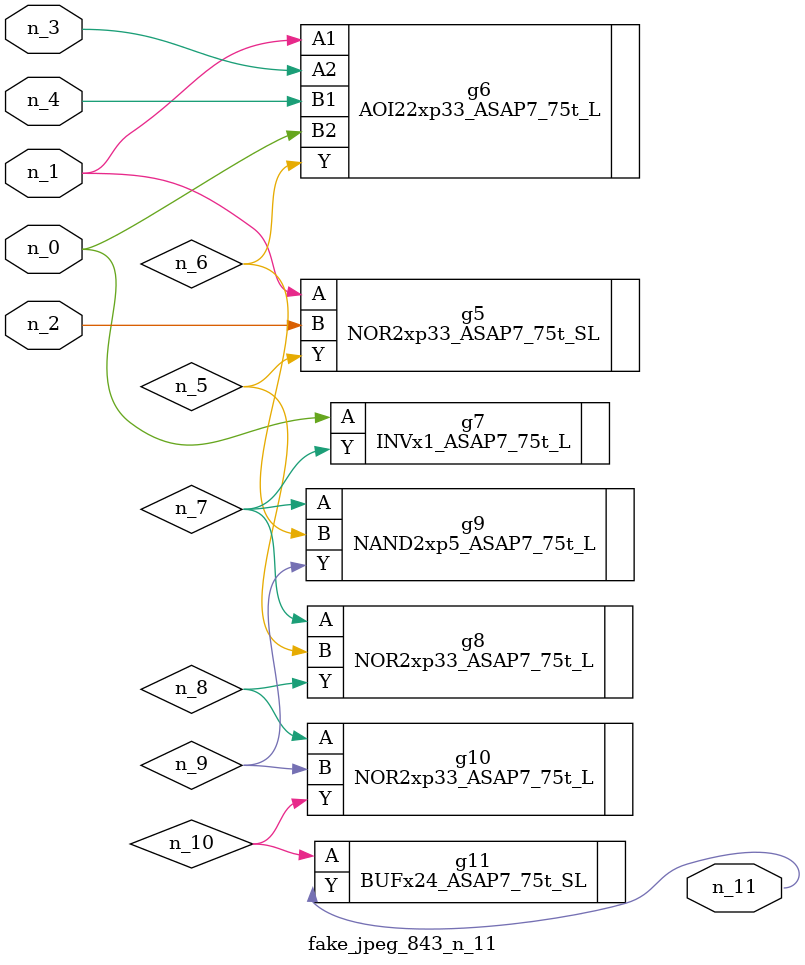
<source format=v>
module fake_jpeg_843_n_11 (n_3, n_2, n_1, n_0, n_4, n_11);

input n_3;
input n_2;
input n_1;
input n_0;
input n_4;

output n_11;

wire n_10;
wire n_8;
wire n_9;
wire n_6;
wire n_5;
wire n_7;

NOR2xp33_ASAP7_75t_SL g5 ( 
.A(n_1),
.B(n_2),
.Y(n_5)
);

AOI22xp33_ASAP7_75t_L g6 ( 
.A1(n_1),
.A2(n_3),
.B1(n_4),
.B2(n_0),
.Y(n_6)
);

INVx1_ASAP7_75t_L g7 ( 
.A(n_0),
.Y(n_7)
);

NOR2xp33_ASAP7_75t_L g8 ( 
.A(n_7),
.B(n_5),
.Y(n_8)
);

NOR2xp33_ASAP7_75t_L g10 ( 
.A(n_8),
.B(n_9),
.Y(n_10)
);

NAND2xp5_ASAP7_75t_L g9 ( 
.A(n_7),
.B(n_6),
.Y(n_9)
);

BUFx24_ASAP7_75t_SL g11 ( 
.A(n_10),
.Y(n_11)
);


endmodule
</source>
